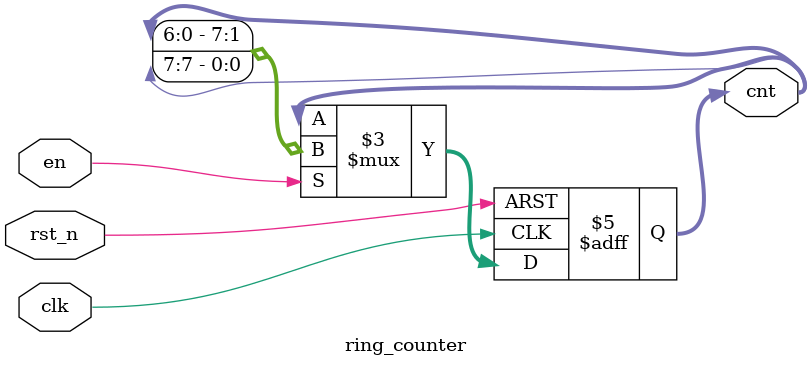
<source format=v>
module ring_counter(clk, rst_n, en, cnt);

output reg [7:0] cnt;
input clk, en, rst_n;

always @ (posedge clk or negedge rst_n) begin
    if(!rst_n)
        cnt <= 8'b0000_0001;
    else if(en)
        cnt <= {cnt[6:0], cnt[7]};
end

endmodule
</source>
